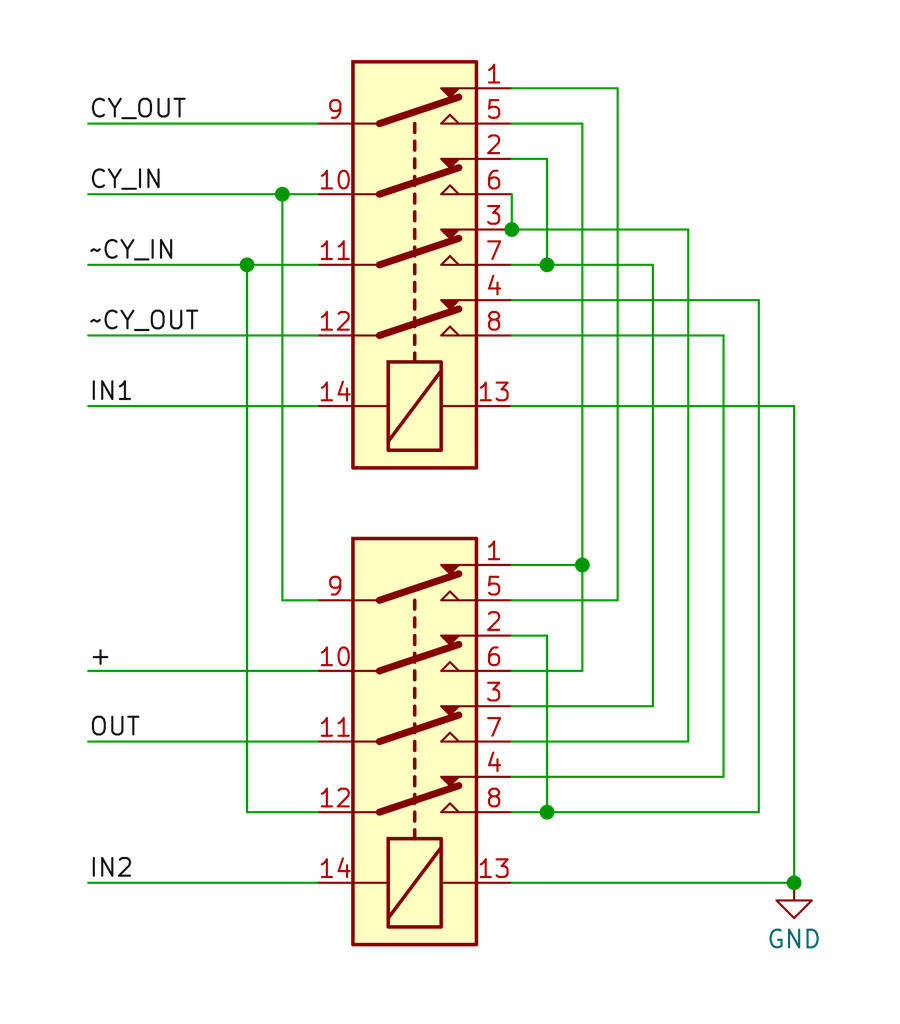
<source format=kicad_sch>
(kicad_sch (version 20250114) (generator "eeschema") (generator_version "9.0")
  (paper "User" 64.77 73.66)
  (lib_symbols
    (symbol "power:GND" (power) (pin_numbers (hide yes)) (pin_names (offset 0) (hide yes))
      (property "Value" "GND" (at 0 -3.81 0))
      (symbol "GND_0_1"
        (polyline (pts (xy 0 0) (xy 0 -1.27) (xy 1.27 -1.27) (xy 0 -2.54) (xy -1.27 -1.27) (xy 0 -1.27)))
      )
      (symbol "GND_1_1"
        (pin power_in line (at 0 0 270) (length 0) (name "~") (number "1"))
      )
    )
    (symbol "relay:4PDT"
      (property "Reference" "K" (at 5.842 6.858 0))
      (property "Value" "4PDT" (at 9.398 -24.892 0))
      (symbol "4PDT_0_1"
        (rectangle (start 5.08 5.715) (end 13.97 -23.495) (stroke (width 0.254)) (fill (type background)))
        (polyline (pts (xy 5.08 1.27) (xy 6.985 1.27)))
        (polyline (pts (xy 5.08 -3.81) (xy 6.985 -3.81)))
        (polyline (pts (xy 5.08 -8.89) (xy 6.985 -8.89)))
        (polyline (pts (xy 5.08 -13.97) (xy 6.985 -13.97)))
        (polyline (pts (xy 5.08 -19.05) (xy 7.62 -19.05)))
        (polyline (pts (xy 6.985 1.27) (xy 12.7 3.175)) (stroke (width 0.508)))
        (polyline (pts (xy 6.985 -3.81) (xy 12.7 -1.905)) (stroke (width 0.508)))
        (polyline (pts (xy 6.985 -8.89) (xy 12.7 -6.985)) (stroke (width 0.508)))
        (polyline (pts (xy 6.985 -13.97) (xy 12.7 -12.065)) (stroke (width 0.508)))
        (polyline (pts (xy 7.62 -21.59) (xy 11.43 -16.51)) (stroke (width 0.254)))
        (polyline (pts (xy 9.525 0.635) (xy 9.525 1.27)) (stroke (width 0.254)))
        (polyline (pts (xy 9.525 -0.635) (xy 9.525 0)) (stroke (width 0.254)))
        (polyline (pts (xy 9.525 -1.905) (xy 9.525 -1.27)) (stroke (width 0.254)))
        (polyline (pts (xy 9.525 -3.175) (xy 9.525 -2.54)) (stroke (width 0.254)))
        (polyline (pts (xy 9.525 -4.445) (xy 9.525 -3.81)) (stroke (width 0.254)))
        (polyline (pts (xy 9.525 -5.715) (xy 9.525 -5.08)) (stroke (width 0.254)))
        (polyline (pts (xy 9.525 -6.985) (xy 9.525 -6.35)) (stroke (width 0.254)))
        (polyline (pts (xy 9.525 -8.255) (xy 9.525 -7.62)) (stroke (width 0.254)))
        (polyline (pts (xy 9.525 -9.525) (xy 9.525 -8.89)) (stroke (width 0.254)))
        (polyline (pts (xy 9.525 -10.795) (xy 9.525 -10.16)) (stroke (width 0.254)))
        (polyline (pts (xy 9.525 -12.065) (xy 9.525 -11.43)) (stroke (width 0.254)))
        (polyline (pts (xy 9.525 -13.335) (xy 9.525 -12.7)) (stroke (width 0.254)))
        (polyline (pts (xy 9.525 -14.605) (xy 9.525 -13.97)) (stroke (width 0.254)))
        (polyline (pts (xy 9.525 -15.875) (xy 9.525 -15.24)) (stroke (width 0.254)))
        (polyline (pts (xy 11.43 -19.05) (xy 13.97 -19.05)))
        (polyline (pts (xy 13.97 3.81) (xy 11.43 3.81) (xy 12.065 3.175) (xy 12.7 3.81)) (fill (type outline)))
        (polyline (pts (xy 13.97 1.27) (xy 11.43 1.27) (xy 12.065 1.905) (xy 12.7 1.27)))
        (polyline (pts (xy 13.97 -1.27) (xy 11.43 -1.27) (xy 12.065 -1.905) (xy 12.7 -1.27)) (fill (type outline)))
        (polyline (pts (xy 13.97 -3.81) (xy 11.43 -3.81) (xy 12.065 -3.175) (xy 12.7 -3.81)))
        (polyline (pts (xy 13.97 -6.35) (xy 11.43 -6.35) (xy 12.065 -6.985) (xy 12.7 -6.35)) (fill (type outline)))
        (polyline (pts (xy 13.97 -8.89) (xy 11.43 -8.89) (xy 12.065 -8.255) (xy 12.7 -8.89)))
        (polyline (pts (xy 13.97 -11.43) (xy 11.43 -11.43) (xy 12.065 -12.065) (xy 12.7 -11.43)) (fill (type outline)))
        (polyline (pts (xy 13.97 -13.97) (xy 11.43 -13.97) (xy 12.065 -13.335) (xy 12.7 -13.97)))
      )
      (symbol "4PDT_1_1"
        (rectangle (start 11.43 -15.875) (end 7.62 -22.225) (stroke (width 0.254)))
        (pin passive line (at 2.54 1.27 0) (length 2.54) (name "") (number "9"))
        (pin passive line (at 2.54 -3.81 0) (length 2.54) (name "") (number "10"))
        (pin passive line (at 2.54 -8.89 0) (length 2.54) (name "") (number "11"))
        (pin passive line (at 2.54 -13.97 0) (length 2.54) (name "") (number "12"))
        (pin passive line (at 2.54 -19.05 0) (length 2.54) (name "") (number "14"))
        (pin passive line (at 16.51 3.81 180) (length 2.54) (name "") (number "1"))
        (pin passive line (at 16.51 1.27 180) (length 2.54) (name "") (number "5"))
        (pin passive line (at 16.51 -1.27 180) (length 2.54) (name "") (number "2"))
        (pin passive line (at 16.51 -3.81 180) (length 2.54) (name "") (number "6"))
        (pin passive line (at 16.51 -6.35 180) (length 2.54) (name "") (number "3"))
        (pin passive line (at 16.51 -8.89 180) (length 2.54) (name "") (number "7"))
        (pin passive line (at 16.51 -11.43 180) (length 2.54) (name "") (number "4"))
        (pin passive line (at 16.51 -13.97 180) (length 2.54) (name "") (number "8"))
        (pin passive line (at 16.51 -19.05 180) (length 2.54) (name "") (number "13"))
      )
    )
  )
  (junction (at 17.78 19.05))
  (junction (at 36.83 16.51))
  (junction (at 39.37 58.42))
  (junction (at 57.15 63.5))
  (junction (at 20.32 13.97))
  (junction (at 41.91 40.64))
  (junction (at 39.37 19.05))
  (wire (pts (xy 46.99 50.8) (xy 46.99 19.05)))
  (wire (pts (xy 6.35 13.97) (xy 20.32 13.97)))
  (wire (pts (xy 54.61 21.59) (xy 54.61 58.42)))
  (wire (pts (xy 57.15 29.21) (xy 57.15 63.5)))
  (wire (pts (xy 6.35 29.21) (xy 22.86 29.21)))
  (wire (pts (xy 46.99 19.05) (xy 39.37 19.05)))
  (wire (pts (xy 20.32 13.97) (xy 22.86 13.97)))
  (wire (pts (xy 6.35 19.05) (xy 17.78 19.05)))
  (wire (pts (xy 36.83 63.5) (xy 57.15 63.5)))
  (wire (pts (xy 52.07 24.13) (xy 36.83 24.13)))
  (wire (pts (xy 41.91 48.26) (xy 41.91 40.64)))
  (wire (pts (xy 39.37 45.72) (xy 39.37 58.42)))
  (wire (pts (xy 20.32 13.97) (xy 20.32 43.18)))
  (wire (pts (xy 36.83 11.43) (xy 39.37 11.43)))
  (wire (pts (xy 39.37 19.05) (xy 36.83 19.05)))
  (wire (pts (xy 39.37 11.43) (xy 39.37 19.05)))
  (wire (pts (xy 36.83 16.51) (xy 49.53 16.51)))
  (wire (pts (xy 41.91 40.64) (xy 36.83 40.64)))
  (wire (pts (xy 6.35 53.34) (xy 22.86 53.34)))
  (wire (pts (xy 17.78 19.05) (xy 17.78 58.42)))
  (wire (pts (xy 36.83 13.97) (xy 36.83 16.51)))
  (wire (pts (xy 36.83 55.88) (xy 52.07 55.88)))
  (wire (pts (xy 6.35 63.5) (xy 22.86 63.5)))
  (wire (pts (xy 6.35 48.26) (xy 22.86 48.26)))
  (wire (pts (xy 54.61 58.42) (xy 39.37 58.42)))
  (wire (pts (xy 6.35 8.89) (xy 22.86 8.89)))
  (wire (pts (xy 52.07 55.88) (xy 52.07 24.13)))
  (wire (pts (xy 41.91 8.89) (xy 41.91 40.64)))
  (wire (pts (xy 22.86 43.18) (xy 20.32 43.18)))
  (wire (pts (xy 36.83 48.26) (xy 41.91 48.26)))
  (wire (pts (xy 36.83 21.59) (xy 54.61 21.59)))
  (wire (pts (xy 49.53 16.51) (xy 49.53 53.34)))
  (wire (pts (xy 36.83 8.89) (xy 41.91 8.89)))
  (wire (pts (xy 17.78 19.05) (xy 22.86 19.05)))
  (wire (pts (xy 36.83 6.35) (xy 44.45 6.35)))
  (wire (pts (xy 36.83 58.42) (xy 39.37 58.42)))
  (wire (pts (xy 36.83 45.72) (xy 39.37 45.72)))
  (wire (pts (xy 6.35 24.13) (xy 22.86 24.13)))
  (wire (pts (xy 44.45 43.18) (xy 36.83 43.18)))
  (wire (pts (xy 44.45 6.35) (xy 44.45 43.18)))
  (wire (pts (xy 36.83 50.8) (xy 46.99 50.8)))
  (wire (pts (xy 49.53 53.34) (xy 36.83 53.34)))
  (wire (pts (xy 22.86 58.42) (xy 17.78 58.42)))
  (wire (pts (xy 36.83 29.21) (xy 57.15 29.21)))
  (label "+" (at 6.35 48.26 0))
  (label "~CY_OUT" (at 6.35 24.13 0))
  (label "IN1" (at 6.35 29.21 0))
  (label "OUT" (at 6.35 53.34 0))
  (label "CY_OUT" (at 6.35 8.89 0))
  (label "IN2" (at 6.35 63.5 0))
  (label "~CY_IN" (at 6.35 19.05 0))
  (label "CY_IN" (at 6.35 13.97 0))
  (symbol (lib_id "relay:4PDT") (at 20.32 10.16 0) (unit 1)
    (property "Reference" "K7" (effects (hide yes)))
    (property "Value" "4PDT" (effects (hide yes)))
    (property "Footprint" "relay:MY4N socket" (effects (hide yes)))
    (property "Datasheet" "https://edata.omron.com.au/eData/Relays/J111-E1-03.pdf" (effects (hide yes)))
  )
  (symbol (lib_id "power:GND") (at 57.15 63.5 0) (unit 1)
    (property "Reference" "#PWR07" (effects (hide yes)))
    (property "Value" "GND" (at 57.15 67.564 0))
    (property "Description" "Power symbol creates a global label with name \"GND\" , ground" (effects (hide yes)))
  )
  (symbol (lib_id "relay:4PDT") (at 20.32 44.45 0) (unit 1)
    (property "Reference" "K8" (effects (hide yes)))
    (property "Value" "4PDT" (effects (hide yes)))
    (property "Footprint" "relay:MY4N socket" (effects (hide yes)))
    (property "Datasheet" "https://edata.omron.com.au/eData/Relays/J111-E1-03.pdf" (effects (hide yes)))
  )
)
</source>
